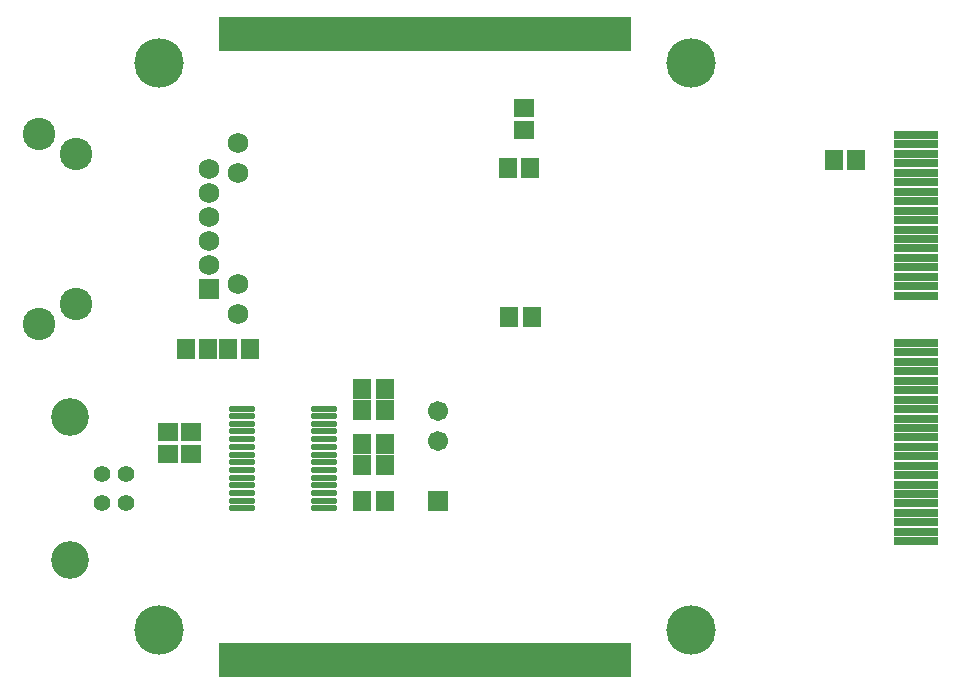
<source format=gts>
G04 Layer_Color=8388736*
%FSLAX23Y23*%
%MOIN*%
G70*
G01*
G75*
%ADD29R,1.378X0.118*%
%ADD38R,1.378X0.118*%
%ADD39O,0.091X0.022*%
%ADD40R,0.059X0.067*%
%ADD41R,0.067X0.059*%
%ADD42R,0.146X0.030*%
%ADD43C,0.067*%
%ADD44R,0.067X0.067*%
%ADD45C,0.165*%
%ADD46C,0.068*%
%ADD47R,0.068X0.068*%
%ADD48C,0.108*%
%ADD49C,0.126*%
%ADD50C,0.055*%
D29*
X1476Y-1043D02*
D03*
D38*
Y1043D02*
D03*
D39*
X1140Y-538D02*
D03*
Y-513D02*
D03*
Y-487D02*
D03*
Y-462D02*
D03*
Y-436D02*
D03*
Y-410D02*
D03*
Y-385D02*
D03*
Y-359D02*
D03*
Y-334D02*
D03*
Y-308D02*
D03*
Y-282D02*
D03*
Y-257D02*
D03*
Y-231D02*
D03*
Y-206D02*
D03*
X868Y-538D02*
D03*
Y-513D02*
D03*
Y-487D02*
D03*
Y-462D02*
D03*
Y-436D02*
D03*
Y-410D02*
D03*
Y-385D02*
D03*
Y-359D02*
D03*
Y-334D02*
D03*
Y-308D02*
D03*
Y-282D02*
D03*
Y-257D02*
D03*
Y-231D02*
D03*
Y-206D02*
D03*
D40*
X1268Y-325D02*
D03*
X1342D02*
D03*
X1268Y-140D02*
D03*
X1342D02*
D03*
X1268Y-210D02*
D03*
X1342D02*
D03*
X1268Y-515D02*
D03*
X1342D02*
D03*
X1268Y-395D02*
D03*
X1342D02*
D03*
X1753Y595D02*
D03*
X1827D02*
D03*
X1758Y100D02*
D03*
X1832D02*
D03*
X2839Y622D02*
D03*
X2914D02*
D03*
X754Y-8D02*
D03*
X679D02*
D03*
X819D02*
D03*
X894D02*
D03*
D41*
X1805Y797D02*
D03*
Y723D02*
D03*
X620Y-357D02*
D03*
Y-283D02*
D03*
X695Y-357D02*
D03*
Y-283D02*
D03*
D42*
X3114Y706D02*
D03*
Y675D02*
D03*
Y643D02*
D03*
Y612D02*
D03*
Y580D02*
D03*
Y549D02*
D03*
Y517D02*
D03*
Y486D02*
D03*
Y454D02*
D03*
Y423D02*
D03*
Y391D02*
D03*
Y360D02*
D03*
Y328D02*
D03*
Y297D02*
D03*
Y265D02*
D03*
Y234D02*
D03*
Y202D02*
D03*
Y171D02*
D03*
Y13D02*
D03*
Y-18D02*
D03*
Y-50D02*
D03*
Y-81D02*
D03*
Y-113D02*
D03*
Y-144D02*
D03*
Y-176D02*
D03*
Y-207D02*
D03*
Y-239D02*
D03*
Y-270D02*
D03*
Y-302D02*
D03*
Y-333D02*
D03*
Y-365D02*
D03*
Y-396D02*
D03*
Y-428D02*
D03*
Y-459D02*
D03*
Y-491D02*
D03*
Y-522D02*
D03*
Y-554D02*
D03*
Y-585D02*
D03*
Y-617D02*
D03*
Y-648D02*
D03*
D43*
X1520Y-215D02*
D03*
Y-315D02*
D03*
D44*
Y-515D02*
D03*
D45*
X591Y-945D02*
D03*
X2362D02*
D03*
Y945D02*
D03*
X591D02*
D03*
D46*
X755Y594D02*
D03*
Y354D02*
D03*
Y274D02*
D03*
X852Y109D02*
D03*
Y209D02*
D03*
Y578D02*
D03*
Y678D02*
D03*
X755Y514D02*
D03*
Y434D02*
D03*
D47*
Y194D02*
D03*
D48*
X314Y144D02*
D03*
X190Y76D02*
D03*
Y711D02*
D03*
X314Y644D02*
D03*
D49*
X294Y-709D02*
D03*
Y-235D02*
D03*
D50*
X401Y-522D02*
D03*
X480D02*
D03*
X401Y-423D02*
D03*
X480D02*
D03*
M02*

</source>
